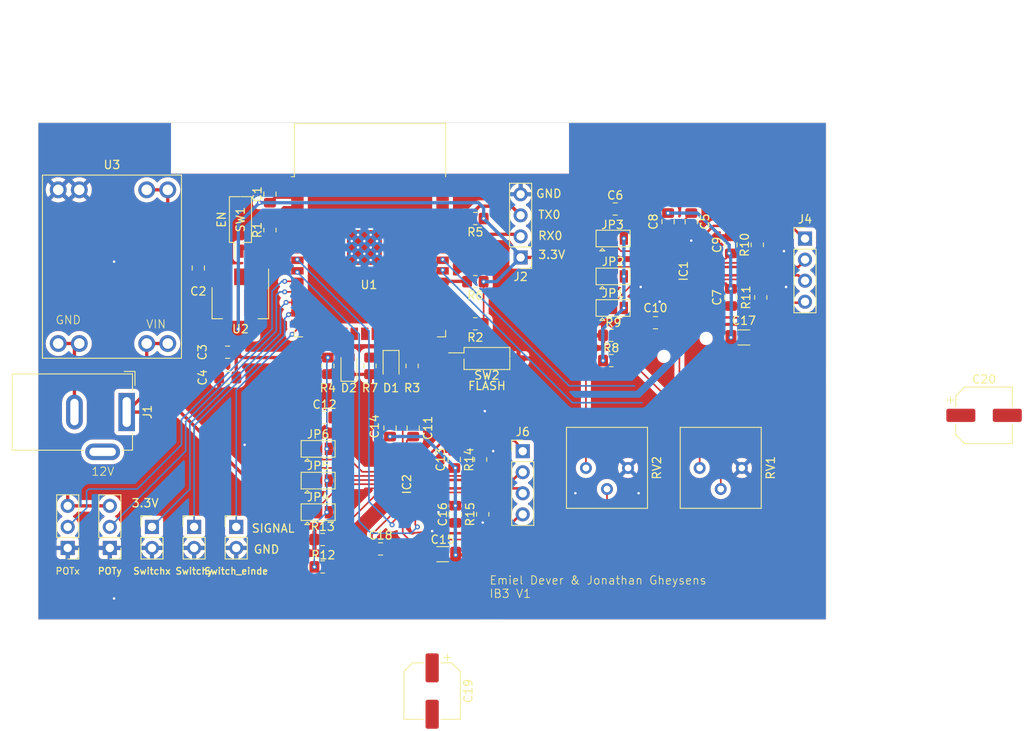
<source format=kicad_pcb>
(kicad_pcb (version 20221018) (generator pcbnew)
  (layers (0 "F.Cu" signal) (31 "B.Cu" signal) (34 "B.Paste" user) (35 "F.Paste" user) (36 "B.SilkS" user "B.Silkscreen") (37 "F.SilkS" user "F.Silkscreen") (38 "B.Mask" user) (39 "F.Mask" user) (44 "Edge.Cuts" user))
  (net 0 "")
  (net 1 "+3.3V")
  (net 2 "GND")
  (net 3 "VDD")
  (net 4 "Net-(D1-K)")
  (net 5 "GPIO2")
  (net 6 "Net-(D2-A)")
  (net 7 "RX0")
  (net 8 "TX0")
  (net 9 "Net-(IC2-CP2)")
  (net 10 "GPIO0")
  (net 11 "GPIO5")
  (net 12 "Net-(IC2-CP1)")
  (net 13 "Net-(IC2-VREG)")
  (net 14 "Net-(IC2-VCP)")
  (net 15 "MS1_1")
  (net 16 "A4")
  (net 17 "A5")
  (net 18 "A8")
  (net 19 "A9")
  (net 20 "GPIO27")
  (net 21 "GPIO14")
  (net 22 "GPIO12")
  (net 23 "GPIO13")
  (net 30 "GPIO15")
  (net 31 "GPIO4")
  (net 32 "RX2")
  (net 33 "TX2")
  (net 34 "GPIO18")
  (net 35 "GPIO19")
  (net 37 "GPIO21")
  (net 38 "GPIO22")
  (net 39 "GPIO23")
  (net 40 "Net-(IC1-OUT2B)")
  (net 41 "Net-(IC1-CP1)")
  (net 42 "Net-(IC1-CP2)")
  (net 43 "Net-(IC1-VCP)")
  (net 45 "Net-(IC1-VREG)")
  (net 46 "MS2_1")
  (net 47 "MS3_1")
  (net 48 "Net-(IC2-OUT2B)")
  (net 49 "Net-(IC1-ROSC)")
  (net 50 "Net-(IC1-REF)")
  (net 52 "Net-(IC1-OUT1B)")
  (net 53 "Vmot")
  (net 54 "Net-(IC1-SENSE1)")
  (net 55 "Net-(IC1-OUT1A)")
  (net 57 "Net-(IC1-OUT2A)")
  (net 58 "Net-(IC1-SENSE2)")
  (net 61 "Net-(IC2-ROSC)")
  (net 63 "Net-(IC2-OUT1B)")
  (net 64 "Net-(IC2-SENSE1)")
  (net 65 "Net-(IC2-OUT1A)")
  (net 67 "Net-(IC2-OUT2A)")
  (net 68 "Net-(IC2-SENSE2)")
  (net 70 "Net-(J1-Pad2)")
  (net 71 "Net-(IC2-REF)")
  (net 72 "/ESP32/EN")
  (net 77 "MS1_2")
  (net 78 "MS2_2")
  (net 79 "MS3_2")
  (footprint "Resistor_SMD:R_0805_2012Metric_Pad1.20x1.40mm_HandSolder" (layer "F.Cu") (at 138.43 86.868 90)
    (fp_text reference "R14")
    (fp_text value "50m")
  )
  (footprint "Resistor_SMD:R_0805_2012Metric_Pad1.20x1.40mm_HandSolder" (layer "F.Cu") (at 138.684 93.472 -90)
    (fp_text reference "R15")
    (fp_text value "50m")
  )
  (footprint "Connector_PinHeader_2.54mm:PinHeader_1x04_P2.54mm_Vertical" (layer "F.Cu") (at 143.51 85.862)
    (fp_text reference "J6")
    (fp_text value "Conn_01x04_Pin")
  )
  (footprint "Capacitor_SMD:C_0805_2012Metric_Pad1.18x1.45mm_HandSolder" (layer "F.Cu") (at 126.365 97.653)
    (fp_text reference "C18")
    (fp_text value "0.22uF")
  )
  (footprint "Potentiometer_THT:Potentiometer_Bourns_3386P_Vertical" (layer "F.Cu") (at 151.13 87.884 -90)
    (fp_text reference "RV2")
    (fp_text value "R_Potentiometer")
  )
  (footprint "RF_Module:ESP32-WROOM-32" (layer "F.Cu") (at 125.095 62.185)
    (fp_text reference "U1")
    (fp_text value "ESP32-WROOM-32")
  )
  (footprint "Jumper:SolderJumper-3_P1.3mm_Open_Pad1.0x1.5mm" (layer "F.Cu") (at 154.402 64.77)
    (fp_text reference "JP2")
    (fp_text value "MS2y")
  )
  (footprint "Resistor_SMD:R_0805_2012Metric_Pad1.20x1.40mm_HandSolder" (layer "F.Cu") (at 119.396 99.822 180)
    (fp_text reference "R12")
    (fp_text value "100K")
  )
  (footprint "Capacitor_SMD:C_0805_2012Metric_Pad1.18x1.45mm_HandSolder" (layer "F.Cu") (at 104.394 63.754 90)
    (fp_text reference "C2")
    (fp_text value "10uF")
  )
  (footprint "Capacitor_SMD:C_0805_2012Metric_Pad1.18x1.45mm_HandSolder" (layer "F.Cu") (at 127.508 83.058 90)
    (fp_text reference "C14")
    (fp_text value "0.1 uF")
  )
  (footprint "Connector_PinHeader_2.54mm:PinHeader_1x03_P2.54mm_Vertical" (layer "F.Cu") (at 88.646 97.536 180)
    (fp_text reference "J8" hide)
    (fp_text value "POTx")
  )
  (footprint "Jumper:SolderJumper-3_P1.3mm_Open_Pad1.0x1.5mm" (layer "F.Cu") (at 118.842 85.578)
    (fp_text reference "JP6")
    (fp_text value "MS1x")
  )
  (footprint "Package_TO_SOT_SMD:SOT-223-3_TabPin2" (layer "F.Cu") (at 109.46 67.97 -90)
    (fp_text reference "U2")
    (fp_text value "AMS1117-3.3")
  )
  (footprint "Library:U1584" (layer "F.Cu") (at 94.107 52.546)
    (fp_text reference "U3")
    (fp_text value "MP1584")
  )
  (footprint "Button_Switch_SMD:SW_DIP_SPSTx01_Slide_Copal_CHS-01B_W7.62mm_P1.27mm" (layer "F.Cu") (at 139.192 74.676)
    (fp_text reference "SW2")
    (fp_text value "FLASH")
  )
  (footprint "Capacitor_SMD:C_0805_2012Metric_Pad1.18x1.45mm_HandSolder" (layer "F.Cu") (at 168.6175 60.96 90)
    (fp_text reference "C9")
    (fp_text value "100nF")
  )
  (footprint "Resistor_SMD:R_0805_2012Metric_Pad1.20x1.40mm_HandSolder" (layer "F.Cu") (at 113.03 59.182 90)
    (fp_text reference "R1")
    (fp_text value "10K")
  )
  (footprint "Jumper:SolderJumper-3_P1.3mm_Open_Pad1.0x1.5mm" (layer "F.Cu") (at 118.842 89.408)
    (fp_text reference "JP5")
    (fp_text value "MS2x")
  )
  (footprint "Connector_PinHeader_2.54mm:PinHeader_1x04_P2.54mm_Vertical" (layer "F.Cu") (at 143.256 62.484 180)
    (fp_text reference "J2")
    (fp_text value "Conn_01x04_Pin")
  )
  (footprint "Jumper:SolderJumper-3_P1.3mm_Open_Pad1.0x1.5mm" (layer "F.Cu") (at 154.402 68.58)
    (fp_text reference "JP1")
    (fp_text value "MS3y")
  )
  (footprint "Jumper:SolderJumper-3_P1.3mm_Open_Pad1.0x1.5mm" (layer "F.Cu") (at 118.842 93.218)
    (fp_text reference "JP4")
    (fp_text value "MS3x")
  )
  (footprint "Resistor_SMD:R_0805_2012Metric_Pad1.20x1.40mm_HandSolder" (layer "F.Cu") (at 172.212 67.31 -90)
    (fp_text reference "R11")
    (fp_text value "50m")
  )
  (footprint "Button_Switch_SMD:SW_DIP_SPSTx01_Slide_Copal_CHS-01B_W7.62mm_P1.27mm" (layer "F.Cu") (at 109.474 57.912 90)
    (fp_text reference "SW1")
    (fp_text value "EN")
  )
  (footprint "Resistor_SMD:R_0805_2012Metric_Pad1.20x1.40mm_HandSolder" (layer "F.Cu") (at 137.795 70.485 180)
    (fp_text reference "R2")
    (fp_text value "10K")
  )
  (footprint "Resistor_SMD:R_0805_2012Metric_Pad1.20x1.40mm_HandSolder" (layer "F.Cu") (at 137.795 57.785 180)
    (fp_text reference "R5")
    (fp_text value "10K")
  )
  (footprint "Resistor_SMD:R_0805_2012Metric_Pad1.20x1.40mm_HandSolder" (layer "F.Cu") (at 171.7925 60.96 90)
    (fp_text reference "R10")
    (fp_text value "50m")
  )
  (footprint "Connector_PinHeader_2.54mm:PinHeader_1x02_P2.54mm_Vertical" (layer "F.Cu") (at 98.806 94.996)
    (fp_text reference "J7" hide)
    (fp_text value "Switchx")
  )
  (footprint "Resistor_SMD:R_0805_2012Metric_Pad1.20x1.40mm_HandSolder" (layer "F.Cu") (at 154.194 74.93 180)
    (fp_text reference "R8")
    (fp_text value "100K")
  )
  (footprint "Capacitor_SMD:C_0805_2012Metric_Pad1.18x1.45mm_HandSolder" (layer "F.Cu") (at 159.515 70.358 180)
    (fp_text reference "C10")
    (fp_text value "0.22uF")
  )
  (footprint "Resistor_SMD:R_0805_2012Metric_Pad1.20x1.40mm_HandSolder" (layer "F.Cu") (at 130.175 75.565 90)
    (fp_text reference "R3")
    (fp_text value "10K")
  )
  (footprint "Resistor_SMD:R_0805_2012Metric_Pad1.20x1.40mm_HandSolder" (layer "F.Cu") (at 137.795 65.405 180)
    (fp_text reference "R6")
    (fp_text value "10K")
  )
  (footprint "Potentiometer_THT:Potentiometer_Bourns_3386P_Vertical" (layer "F.Cu") (at 164.846 87.884 -90)
    (fp_text reference "RV1")
    (fp_text value "R_Potentiometer")
  )
  (footprint "Connector_PinHeader_2.54mm:PinHeader_1x02_P2.54mm_Vertical" (layer "F.Cu") (at 103.886 94.996)
    (fp_text reference "J3" hide)
    (fp_text value "Switchy")
  )
  (footprint "Jumper:SolderJumper-3_P1.3mm_Open_Pad1.0x1.5mm" (layer "F.Cu") (at 154.402 60.198)
    (fp_text reference "JP3")
    (fp_text value "MS1y")
  )
  (footprint "Capacitor_SMD:C_0805_2012Metric_Pad1.18x1.45mm_HandSolder" (layer "F.Cu") (at 130.302 83.058 -90)
    (fp_text reference "C11")
    (fp_text value "0.1u")
  )
  (footprint "Capacitor_SMD:C_0805_2012Metric_Pad1.18x1.45mm_HandSolder" (layer "F.Cu") (at 119.6125 81.788 180)
    (fp_text reference "C12")
    (fp_text value "0.22uF")
  )
  (footprint "Connector_PinHeader_2.54mm:PinHeader_1x04_P2.54mm_Vertical" (layer "F.Cu") (at 177.546 60.208)
    (fp_text reference "J4")
    (fp_text value "Conn_01x04_Pin")
  )
  (footprint "Capacitor_SMD:C_0805_2012Metric_Pad1.18x1.45mm_HandSolder" (layer "F.Cu") (at 135.382 93.472 -90)
    (fp_text reference "C16")
    (fp_text value "100nF")
  )
  (footprint "Capacitor_SMD:CP_Elec_6.3x5.9" (layer "F.Cu") (at 199.136 81.534)
    (fp_text reference "C20")
    (fp_text value "47uF")
  )
  (footprint "Resistor_SMD:R_0805_2012Metric_Pad1.20x1.40mm_HandSolder" (layer "F.Cu") (at 125.095 75.565 -90)
    (fp_text reference "R7")
    (fp_text value "1K")
  )
  (footprint "Capacitor_SMD:C_0805_2012Metric_Pad1.18x1.45mm_HandSolder" (layer "F.Cu") (at 113.03 54.8425 90)
    (fp_text reference "C1")
    (fp_text value "100uF/6.3V")
  )
  (footprint "Resistor_SMD:R_0805_2012Metric_Pad1.20x1.40mm_HandSolder" (layer "F.Cu") (at 120.015 75.565 -90)
    (fp_text reference "R4")
    (fp_text value "1K")
  )
  (footprint "A4988:QFN50P500X500X100-29N" (layer "F.Cu") (at 162.9025 64.135 -90)
    (fp_text reference "IC1")
    (fp_text value "A4988SETTR-T")
  )
  (footprint "Capacitor_SMD:C_1206_3216Metric_Pad1.33x1.80mm_HandSolder" (layer "F.Cu") (at 170.18 72.136 180)
    (fp_text reference "C17")
    (fp_text value "4.7uF")
  )
  (footprint "Connector_PinHeader_2.54mm:PinHeader_1x02_P2.54mm_Vertical" (layer "F.Cu") (at 108.966 94.996)
    (fp_text reference "J9" hide)
    (fp_text value "Switch_einde")
  )
  (footprint "A4988:QFN50P500X500X100-29N" (layer "F.Cu") (at 129.54 89.843 -90)
    (fp_text reference "IC2")
    (fp_text value "A4988SETTR-T")
  )
  (footprint "Connector_PinHeader_2.54mm:PinHeader_1x03_P2.54mm_Vertical" (layer "F.Cu") (at 93.726 97.536 180)
    (fp_text reference "J5" hide)
    (fp_text value "POTy")
  )
  (footprint "Resistor_SMD:R_0805_2012Metric_Pad1.20x1.40mm_HandSolder" (layer "F.Cu") (at 119.396 96.52)
    (fp_text reference "R13")
    (fp_text value "25K")
  )
  (footprint "Capacitor_SMD:C_0805_2012Metric_Pad1.18x1.45mm_HandSolder" (layer "F.Cu") (at 161.036 58.166 -90)
    (fp_text reference "C8")
    (fp_text value "0.1 uF")
  )
  (footprint "Capacitor_SMD:C_0805_2012Metric_Pad1.18x1.45mm_HandSolder" (layer "F.Cu") (at 154.6645 56.642 180)
    (fp_text reference "C6")
    (fp_text value "0.22uF")
  )
  (footprint "Capacitor_SMD:C_0805_2012Metric_Pad1.18x1.45mm_HandSolder" (layer "F.Cu") (at 168.6175 67.31 90)
    (fp_text reference "C7")
    (fp_text value "100nF")
  )
  (footprint "LED_SMD:LED_0805_2012Metric_Pad1.15x1.40mm_HandSolder" (layer "F.Cu") (at 122.555 75.565 90)
    (fp_text reference "D2")
    (fp_text value "PWR")
  )
  (footprint "Capacitor_SMD:C_0805_2012Metric_Pad1.18x1.45mm_HandSolder" (layer "F.Cu") (at 163.83 58.166 -90)
    (fp_text reference "C5")
    (fp_text value "0.1u")
  )
  (footprint "Capacitor_SMD:C_1206_3216Metric_Pad1.33x1.80mm_HandSolder" (layer "F.Cu") (at 133.858 98.288)
    (fp_text reference "C15")
    (fp_text value "4.7uF")
  )
  (footprint "Connector_BarrelJack:BarrelJack_GCT_DCJ200-10-A_Horizontal" (layer "F.Cu") (at 95.758 81.138 -90)
    (fp_text reference "J1")
    (fp_text value "Barrel_Jack")
  )
  (footprint "Capacitor_SMD:C_0805_2012Metric_Pad1.18x1.45mm_HandSolder" (layer "F.Cu") (at 107.95 76.962 180)
    (fp_text reference "C4")
    (fp_text value "10uF")
  )
  (footprint "Capacitor_SMD:C_0805_2012Metric_Pad1.18x1.45mm_HandSolder" (layer "F.Cu") (at 135.255 86.858 -90)
    (fp_text reference "C13")
    (fp_text value "100nF")
  )
  (footprint "LED_SMD:LED_0805_2012Metric_Pad1.15x1.40mm_HandSolder" (layer "F.Cu") (at 127.635 75.565 -90)
    (fp_text reference "D1")
    (fp_text value "BLUE")
  )
  (footprint "Resistor_SMD:R_0805_2012Metric_Pad1.20x1.40mm_HandSolder" (layer "F.Cu") (at 154.194 71.882)
    (fp_text reference "R9")
    (fp_text value "25K")
  )
  (footprint "Capacitor_SMD:CP_Elec_6.3x5.9" (layer "F.Cu") (at 132.588 114.802 -90)
    (fp_text reference "C19")
    (fp_text value "47uF")
  )
  (footprint "Capacitor_SMD:C_0805_2012Metric_Pad1.18x1.45mm_HandSolder" (layer "F.Cu") (at 107.9285 73.914)
    (fp_text reference "C3")
    (fp_text value "100nF")
  )
  (gr_rect (start 85.09 46.228) (end 180.086 106.172) (stroke (width 0.05)) (fill none) (layer "Edge.Cuts"))
  (gr_text "Emiel Dever & Jonathan Gheysens\nIB3 V1" (at 139.446 103.632) (layer "F.SilkS") (effects (font (size 1 1) (thickness 0.1)) (justify left bottom)))
  (gr_text "TX0" (at 145.288 57.912) (layer "F.SilkS") (effects (font (size 1 1)) (justify left bottom)))
  (gr_text "GND" (at 110.998 98.298) (layer "F.SilkS") (effects (font (size 1 1)) (justify left bottom)))
  (gr_text "GND" (at 145.034 55.372) (layer "F.SilkS") (effects (font (size 1 1)) (justify left bottom)))
  (gr_text "RX0" (at 145.288 60.452) (layer "F.SilkS") (effects (font (size 1 1)) (justify left bottom)))
  (gr_text "GND" (at 87.122 70.612) (layer "F.SilkS") (effects (font (size 1 1) (thickness 0.1)) (justify left bottom)))
  (gr_text "3.3V" (at 145.288 62.738) (layer "F.SilkS") (effects (font (size 1 1)) (justify left bottom)))
  (gr_text "12V" (at 91.44 88.9) (layer "F.SilkS") (effects (font (size 1 1) (thickness 0.1)) (justify left bottom)))
  (gr_text "VIN\n" (at 98.044 71.12) (layer "F.SilkS") (effects (font (size 1 1) (thickness 0.1)) (justify left bottom)))
  (gr_text "3.3V" (at 96.266 92.71) (layer "F.SilkS") (effects (font (size 1 1)) (justify left bottom)))
  (gr_text "SIGNAL" (at 110.744 95.758) (layer "F.SilkS") (effects (font (size 1 1)) (justify left bottom)))
  (segment (start 109.46 64.57) (end 113.03 61) (width 0.4) (layer "F.Cu") (net 1))
  (segment (start 108.966 73.914) (end 108.966 76.9405) (width 0.4) (layer "F.Cu") (net 1))
  (segment (start 88.646 92.456) (end 93.726 92.456) (width 0.4) (layer "F.Cu") (net 1))
  (segment (start 128.04 93.194) (end 128.04 92.193) (width 0.2) (layer "F.Cu") (net 1))
  (segment (start 88.646 86.106) (end 92.71 82.042) (width 0.4) (layer "F.Cu") (net 1))
  (segment (start 155.46025 76.454) (end 154.718 76.454) (width 0.4) (layer "F.Cu") (net 1))
  (segment (start 111.76 55.88) (end 113.03 55.88) (width 0.4) (layer "F.Cu") (net 1))
  (segment (start 113.705 55.205) (end 116.345 55.205) (width 0.4) (layer "F.Cu") (net 1))
  (segment (start 113.03 61) (end 113.03 60.182) (width 0.4) (layer "F.Cu") (net 1))
  (segment (start 154.718 76.454) (end 153.194 74.93) (width 0.4) (layer "F.Cu") (net 1))
  (segment (start 156.845 75.06925) (end 157.232125 74.682125) (width 0.4) (layer "F.Cu") (net 1))
  (segment (start 88.646 92.456) (end 88.646 86.106) (width 0.4) (layer "F.Cu") (net 1))
  (segment (start 164.846 83.312) (end 156.845 75.311) (width 0.2) (layer "F.Cu") (net 1))
  (segment (start 108.966 76.9405) (end 108.9875 76.962) (width 0.4) (layer "F.Cu") (net 1))
  (segment (start 121.3805 101.6) (end 125.3275 97.653) (width 0.2) (layer "F.Cu") (net 1))
  (segment (start 155.702 59.448) (end 154.928 58.674) (width 0.4) (layer "F.Cu") (net 1))
  (segment (start 150.241 58.674) (end 146.431 62.484) (width 0.4) (layer "F.Cu") (net 1))
  (segment (start 151.13 76.994) (end 153.194 74.93) (width 0.2) (layer "F.Cu") (net 1))
  (segment (start 156.845 75.311) (end 156.845 75.06925) (width 0.2) (layer "F.Cu") (net 1))
  (segment (start 164.846 87.884) (end 164.846 83.312) (width 0.2) (layer "F.Cu") (net 1))
  (segment (start 109.46 71.12) (end 108.966 71.614) (width 0.4) (layer "F.Cu") (net 1))
  (segment (start 108.966 71.614) (end 108.966 73.914) (width 0.4) (layer "F.Cu") (net 1))
  (segment (start 92.71 74.93) (end 97.028 70.612) (width 0.4) (layer "F.Cu") (net 1))
  (segment (start 161.4025 69.507998) (end 160.5525 70.357998) (width 0.2) (layer "F.Cu") (net 1))
  (segment (start 109.46 64.82) (end 109.46 64.57) (width 0.4) (layer "F.Cu") (net 1))
  (segment (start 151.13 87.899) (end 151.13 76.994) (width 0.2) (layer "F.Cu") (net 1))
  (segment (start 138.795 70.485) (end 138.795 65.405) (width 0.2) (layer "F.Cu") (net 1))
  (segment (start 109.22 71.12) (end 109.46 71.12) (width 0.4) (layer "F.Cu") (net 1))
  (segment (start 118.396 99.822) (end 120.174 101.6) (width 0.2) (layer "F.Cu") (net 1))
  (segment (start 157.232125 74.682125) (end 155.46025 76.454) (width 0.4) (layer "F.Cu") (net 1))
  (segment (start 125.3275 97.653) (end 125.3275 95.9065) (width 0.2) (layer "F.Cu") (net 1))
  (segment (start 154.928 58.674) (end 150.241 58.674) (width 0.4) (layer "F.Cu") (net 1))
  (segment (start 160.5525 71.36175) (end 160.5525 70.357998) (width 0.4) (layer "F.Cu") (net 1))
  (segment (start 161.4025 66.485) (end 161.4025 69.507998) (width 0.2) (layer "F.Cu") (net 1))
  (segment (start 125.3275 95.9065) (end 128.04 93.194) (width 0.2) (layer "F.Cu") (net 1))
  (segment (start 146.431 62.484) (end 143.256 62.484) (width 0.4) (layer "F.Cu") (net 1))
  (segment (start 109.617 74.565) (end 120.015 74.565) (width 0.4) (layer "F.Cu") (net 1))
  (segment (start 155.702 60.198) (end 155.702 59.448) (width 0.4) (layer "F.Cu") (net 1))
  (segment (start 113.03 55.88) (end 113.705 55.205) (width 0.4) (layer "F.Cu") (net 1))
  (segment (start 92.71 82.042) (end 92.71 74.93) (width 0.4) (layer "F.Cu") (net 1))
  (segment (start 157.232125 74.682125) (end 160.5525 71.36175) (width 0.4) (layer "F.Cu") (net 1))
  (segment (start 109.22 65.06) (end 109.22 71.12) (width 0.4) (layer "F.Cu") (net 1))
  (segment (start 108.966 73.914) (end 109.617 74.565) (width 0.4) (layer "F.Cu") (net 1))
  (segment (start 120.174 101.6) (end 121.3805 101.6) (width 0.2) (layer "F.Cu") (net 1))
  (segment (start 97.028 70.612) (end 108.952 70.612) (width 0.4) (layer "F.Cu") (net 1))
  (via (at 120.015 74.565) (size 0.6) (drill 0.3) (layers "F.Cu" "B.Cu") (net 1))
  (via (at 153.194 74.93) (size 0.6) (drill 0.3) (layers "F.Cu" "B.Cu") (net 1))
  (via (at 119.888 89.408) (size 0.6) (drill 0.3) (layers "F.Cu" "B.Cu") (net 1))
  (via (at 138.795 65.405) (size 0.6) (drill 0.3) (layers "F.Cu" "B.Cu") (net 1))
  (via (at 118.396 99.822) (size 0.6) (drill 0.3) (layers "F.Cu" "B.Cu") (net 1))
  (via (at 119.888 93.218) (size 0.6) (drill 0.3) (layers "F.Cu" "B.Cu") (net 1))
  (via (at 155.702 68.58) (size 0.6) (drill 0.3) (layers "F.Cu" "B.Cu") (net 1))
  (via (at 119.888002 85.578) (size 0.6) (drill 0.3) (layers "F.Cu" "B.Cu") (net 1))
  (via (at 138.795 57.785) (size 0.6) (drill 0.3) (layers "F.Cu" "B.Cu") (net 1))
  (via (at 109.22 71.12) (size 0.6) (drill 0.3) (layers "F.Cu" "B.Cu") (net 1))
  (via (at 155.702 60.198) (size 0.6) (drill 0.3) (layers "F.Cu" "B.Cu") (net 1))
  (via (at 111.76 55.88) (size 0.6) (drill 0.3) (layers "F.Cu" "B.Cu") (net 1))
  (via (at 155.702 64.77) (size 0.6) (drill 0.3) (layers "F.Cu" "B.Cu") (net 1))
  (segment (start 138.795 57.785) (end 138.795 56.499) (width 0.4) (layer "B.Cu") (net 1))
  (segment (start 155.702 64.77) (end 155.702 60.198) (width 0.4) (layer "B.Cu") (net 1))
  (segment (start 118.364 99.79) (end 118.364 94.742) (width 0.2) (layer "B.Cu") (net 1))
  (segment (start 153.162 71.12) (end 155.702 68.58) (width 0.4) (layer "B.Cu") (net 1))
  (segment (start 118.396 99.822) (end 118.364 99.79) (width 0.2) (layer "B.Cu") (net 1))
  (segment (start 119.888 85.578002) (end 119.888002 85.578) (width 0.2) (layer "B.Cu") (net 1))
  (segment (start 111.76 55.88) (end 109.22 58.42) (width 0.4) (layer "B.Cu") (net 1))
  (segment (start 138.795 65.405) (end 140.335 65.405) (width 0.4) (layer "B.Cu") (net 1))
  (segment (start 143.256 62.484) (end 143.256 62.246) (width 0.4) (layer "B.Cu") (net 1))
  (segment (start 119.888 89.408) (end 119.888 85.578002) (width 0.2) (layer "B.Cu") (net 1))
  (segment (start 119.888 85.577998) (end 119.888002 85.578) (width 0.2) (layer "B.Cu") (net 1))
  (segment (start 140.335 65.405) (end 143.256 62.484) (width 0.4) (layer "B.Cu") (net 1))
  (segment (start 155.702 64.77) (end 155.702 68.58) (width 0.4) (layer "B.Cu") (net 1))
  (segment (start 119.888 89.408) (end 119.888 93.218) (width 0.2) (layer "B.Cu") (net 1))
  (segment (start 138.176 55.88) (end 111.76 55.88) (width 0.4) (layer "B.Cu") (net 1))
  (segment (start 138.795 56.499) (end 138.176 55.88) (width 0.4) (layer "B.Cu") (net 1))
  (segment (start 153.162 74.898) (end 153.162 71.12) (width 0.4) (layer "B.Cu") (net 1))
  (segment (start 118.364 94.742) (end 119.888 93.218) (width 0.2) (layer "B.Cu") (net 1))
  (segment (start 153.194 74.93) (end 153.162 74.898) (width 0.4) (layer "B.Cu") (net 1))
  (segment (start 120.015 74.565) (end 119.888 75.327) (width 0.2) (layer "B.Cu") (net 1))
  (segment (start 119.888 75.327) (end 119.888 85.577998) (width 0.2) (layer "B.Cu") (net 1))
  (segment (start 143.256 62.246) (end 138.795 57.785) (width 0.4) (layer "B.Cu") (net 1))
  (segment (start 109.22 58.42) (end 109.22 71.12) (width 0.4) (layer "B.Cu") (net 1))
  (segment (start 160.5525 64.635) (end 159.139 64.635) (width 0.2) (layer "F.Cu") (net 2))
  (segment (start 160.5525 66.2695) (end 157.226 69.596) (width 0.2) (layer "F.Cu") (net 2))
  (segment (start 138.6465 94.5095) (end 138.684 94.472) (width 0.4) (layer "F.Cu") (net 2))
  (segment (start 125.1775 59.75) (end 125.1775 62.8) (width 0.4) (layer "F.Cu") (net 2))
  (segment (start 163.9025 61.785) (end 163.9025 60.5245) (width 0.2) (layer "F.Cu") (net 2))
  (segment (start 125.94 62.8) (end 122.89 62.8) (width 0.4) (layer "F.Cu") (net 2))
  (segment (start 159.139 64.635) (end 157.734 66.04) (width 0.2) (layer "F.Cu") (net 2))
  (segment (start 157.226 72.898) (end 155.194 74.93) (width 0.2) (layer "F.Cu") (net 2))
  (segment (start 162.9025 71.12) (end 162.9025 71.3101) (width 0.2) (layer "F.Cu") (net 2))
  (segment (start 122.89 62.8) (end 122.89 59.75) (width 0.4) (layer "F.Cu") (net 2))
  (segment (start 163.9025 60.5245) (end 163.83 60.452) (width 0.2) (layer "F.Cu") (net 2))
  (segment (start 130.048 95.758) (end 129.54 95.25) (width 0.2) (layer "F.Cu") (net 2))
  (segment (start 125.94 60.5125) (end 124.415 62.0375) (width 0.4) (layer "F.Cu") (net 2))
  (segment (start 162.9025 66.485) (end 162.9025 69.3674) (width 0.2) (layer "F.Cu") (net 2))
  (segment (start 157.226 69.596) (end 157.226 72.898) (width 0.2) (layer "F.Cu") (net 2))
  (segment (start 127.19 90.343) (end 124.541 90.343) (width 0.2) (layer "F.Cu") (net 2))
  (segment (start 125.94 59.75) (end 125.94 62.8) (width 0.4) (layer "F.Cu") (net 2))
  (segment (start 125.94 62.0375) (end 124.415 60.5125) (width 0.4) (layer "F.Cu") (net 2))
  (segment (start 123.6525 59.75) (end 123.6525 62.8) (width 0.4) (layer "F.Cu") (net 2))
  (segment (start 124.541 90.343) (end 123.952 90.932) (width 0.2) (layer "F.Cu") (net 2))
  (segment (start 162.9025 69.3674) (end 162.9025 71.12) (width 0.2) (layer "F.Cu") (net 2))
  (segment (start 122.89 59.75) (end 125.94 59.75) (width 0.4) (layer "F.Cu") (net 2))
  (segment (start 135.382 94.5095) (end 138.6465 94.5095) (width 0.4) (layer "F.Cu") (net 2))
  (segment (start 129.54 95.25) (end 129.54 92.193) (width 0.2) (layer "F.Cu") (net 2))
  (segment (start 132.588 95.504) (end 130.048 95.758) (width 0.2) (layer "F.Cu") (net 2))
  (segment (start 122.555 76.59) (end 125.07 76.59) (width 0.4) (layer "F.Cu") (net 2))
  (segment (start 163.4025 60.8795) (end 163.4025 61.785) (width 0.2) (layer "F.Cu") (net 2))
  (segment (start 122.89 60.5125) (end 125.1775 62.8) (width 0.4) (layer "F.Cu") (net 2))
  (segment (start 130.04 86.622) (end 130.54 86.122) (width 0.2) (layer "F.Cu") (net 2))
  (segment (start 163.83 60.452) (end 163.4025 60.8795) (width 0.2) (layer "F.Cu") (net 2))
  (segment (start 160.5525 65.635) (end 160.5525 66.2695) (width 0.2) (layer "F.Cu") (net 2))
  (segment (start 125.07 76.59) (end 125.095 76.565) (width 0.4) (layer "F.Cu") (net 2))
  (segment (start 127.19 91.343) (end 127.19 93.028) (width 0.2) (layer "F.Cu") (net 2))
  (segment (start 130.54 86.122) (end 130.54 87.493) (width 0.2) (layer "F.Cu") (net 2))
  (segment (start 162.9025 71.12) (end 162.9025 71.4625) (width 0.2) (layer "F.Cu") (net 2))
  (segment (start 162.9025 71.4625) (end 163.576 72.136) (width 0.2) (layer "F.Cu") (net 2))
  (segment (start 130.04 87.493) (end 130.04 86.622) (width 0.2) (layer "F.Cu") (net 2))
  (segment (start 127.19 93.028) (end 119.985 100.233) (width 0.2) (layer "F.Cu") (net 2))
  (via (at 132.588 95.504) (size 0.6) (drill 0.3) (layers "F.Cu" "B.Cu") (net 2))
  (via (at 109.982 85.09) (size 0.6) (drill 0.3) (layers "F.Cu" "B.Cu") (net 2))
  (via (at 163.83 60.452) (size 0.6) (drill 0.3) (layers "F.Cu" "B.Cu") (net 2))
  (via (at 157.48 90.932) (size 0.6) (drill 0.3) (layers "F.Cu" "B.Cu") (net 2))
  (via (at 138.938 81.026) (size 0.6) (drill 0.3) (layers "F.Cu" "B.Cu") (net 2))
  (via (at 160.02 67.818) (size 0.6) (drill 0.3) (layers "F.Cu" "B.Cu") (net 2))
  (via (at 175.006 61.722) (size 0.6) (drill 0.3) (layers "F.Cu" "B.Cu") (net 2))
  (via (at 175.26 66.04) (size 0.6) (drill 0.3) (layers "F.Cu" "B.Cu") (net 2))
  (via (at 138.683998 94.472) (size 0.6) (drill 0.3) (layers "F.Cu" "B.Cu") (net 2))
  (via (at 157.734 66.04) (size 0.6) (drill 0.3) (layers "F.Cu" "B.Cu") (net 2))
  (via (at 94.234 103.632) (size 0.6) (drill 0.3) (layers "F.Cu" "B.Cu") (net 2))
  (via (at 139.954 85.852) (size 0.6) (drill 0.3) (layers "F.Cu" "B.Cu") (net 2))
  (via (at 94.234 62.992) (size 0.6) (drill 0.3) (layers "F.Cu" "B.Cu") (net 2))
  (via (at 149.86 90.932) (size 0.6) (drill 0.3) (layers "F.Cu" "B.Cu") (net 2))
  (via (at 133.35 93.218) (size 0.6) (drill 0.3) (layers "F.Cu" "B.Cu") (net 2))
  (segment (start 104.4225 64.82) (end 104.394 64.7915) (width 0.4) (layer "F.Cu") (net 3))
  (segment (start 107.16 64.82) (end 104.4225 64.82) (width 0.4) (layer "F.Cu") (net 3))
  (segment (start 104.394 64.7915) (end 100.711 61.1085) (width 0.4) (layer "F.Cu") (net 3))
  (segment (start 98.171 54.324) (end 100.711 54.324) (width 0.4) (layer "F.Cu") (net 3))
  (segment (start 100.711 61.1085) (end 100.711 54.324) (width 0.4) (layer "F.Cu") (net 3))
  (segment (start 125.095 74.565) (end 127.61 74.565) (width 0.4) (layer "F.Cu") (net 4))
  (segment (start 127.61 74.565) (end 127.635 74.54) (width 0.4) (layer "F.Cu") (net 4))
  (segment (start 129.66 74.565) (end 127.635 76.59) (width 0.4) (layer "F.Cu") (net 5))
  (segment (start 130.815 73.925) (end 130.815 71.695) (width 0.4) (layer "F.Cu") (net 5))
  (segment (start 130.175 74.565) (end 130.815 73.925) (width 0.4) (layer "F.Cu") (net 5))
  (segment (start 130.175 74.565) (end 129.66 74.565) (width 0.4) (layer "F.Cu") (net 5))
  (segment (start 122.04 74.54) (end 120.015 76.565) (width 0.4) (layer "F.Cu") (net 6))
  (segment (start 122.555 74.54) (end 122.04 74.54) (width 0.4) (layer "F.Cu") (net 6))
  (segment (start 143.002 59.69) (end 135.67 59.69) (width 0.4) (layer "F.Cu") (net 7))
  (segment (start 134.995 59.015) (end 133.845 59.015) (width 0.4) (layer "F.Cu") (net 7))
  (segment (start 135.67 59.69) (end 134.995 59.015) (width 0.4) (layer "F.Cu") (net 7))
  (segment (start 143.256 59.944) (end 143.002 59.69) (width 0.4) (layer "F.Cu") (net 7))
  (segment (start 133.845 57.745) (end 136.755 57.745) (width 0.4) (layer "F.Cu") (net 8))
  (segment (start 138.28 56.3) (end 142.152 56.3) (width 0.4) (layer "F.Cu") (net 8))
  (segment (start 136.755 57.745) (end 136.795 57.785) (width 0.4) (layer "F.Cu") (net 8))
  (segment (start 136.795 57.785) (end 138.28 56.3) (width 0.4) (layer "F.Cu") (net 8))
  (segment (start 142.152 56.3) (end 143.256 57.404) (width 0.4) (layer "F.Cu") (net 8))
  (segment (start 129.04 87.493) (end 129.04 83.2825) (width 0.2) (layer "F.Cu") (net 9))
  (segment (start 129.04 83.2825) (end 130.302 82.0205) (width 0.2) (layer "F.Cu") (net 9))
  (segment (start 135.382 71.982) (end 133.845 70.445) (width 0.2) (layer "F.Cu") (net 10))
  (segment (start 134.885 71.485) (end 135.795 71.485) (width 0.2) (layer "F.Cu") (net 10))
  (segment (start 133.845 70.445) (end 134.885 71.485) (width 0.2) (layer "F.Cu") (net 10))
  (segment (start 135.795 71.485) (end 136.795 70.485) (width 0.2) (layer "F.Cu") (net 10))
  (segment (start 135.382 74.422) (end 135.382 71.982) (width 0.2) (layer "F.Cu") (net 10))
  (segment (start 133.845 65.365) (end 136.755 65.365) (width 0.4) (layer "F.Cu") (net 11))
  (segment (start 136.755 65.365) (end 136.795 65.405) (width 0.4) (layer "F.Cu") (net 11))
  (segment (start 129.54 87.493) (end 129.54 84.582) (width 0.2) (layer "F.Cu") (net 12))
  (segment (start 129.54 84.582) (end 130.302 83.82) (width 0.2) (layer "F.Cu") (net 12))
  (segment (start 121.158 81.788) (end 120.65 81.788) (width 0.2) (layer "F.Cu") (net 13))
  (segment (start 121.92 82.55) (end 121.158 81.788) (width 0.2) (layer "F.Cu") (net 13))
  (segment (start 127.19 88.343) (end 124.157 88.343) (width 0.2) (layer "F.Cu") (net 13))
  (segment (start 121.92 86.106) (end 121.92 82.55) (width 0.2) (layer "F.Cu") (net 13))
  (segment (start 124.157 88.343) (end 121.92 86.106) (width 0.2) (layer "F.Cu") (net 13))
  (segment (start 128.54 87.493) (end 128.54 86.884) (width 0.2) (layer "F.Cu") (net 14))
  (segment (start 125.984 84.328) (end 125.984 83.5445) (width 0.2) (layer "F.Cu") (net 14))
  (segment (start 128.54 86.884) (end 125.984 84.328) (width 0.2) (layer "F.Cu") (net 14))
  (segment (start 125.984 83.5445) (end 127.508 82.0205) (width 0.2) (layer "F.Cu") (net 14))
  (segment (start 154.402 60.748) (end 154.402 60.198) (width 0.2) (layer "F.Cu") (net 15))
  (segment (start 159.0525 63.135) (end 157.6395 61.722) (width 0.2) (layer "F.Cu") (net 15))
  (segment (start 160.5525 63.135) (end 159.0525 63.135) (width 0.2) (layer "F.Cu") (net 15))
  (segment (start 157.6395 61.722) (end 155.376 61.722) (width 0.2) (layer "F.Cu") (net 15))
  (segment (start 155.376 61.722) (end 154.402 60.748) (width 0.2) (layer "F.Cu") (net 15))
  (segment (start 127.762 94.488) (end 128.54 93.71) (width 0.2) (layer "F.Cu") (net 16))
  (segment (start 127.762 94.742) (end 127.762 94.488) (width 0.2) (layer "F.Cu") (net 16))
  (segment (start 128.54 93.71) (end 128.54 92.193) (width 0.2) (layer "F.Cu") (net 16))
  (via (at 116.332 62.738) (size 0.6) (drill 0.3) (layers "F.Cu" "B.Cu") (net 16))
  (via (at 127.762 94.742) (size 0.6) (drill 0.3) (layers "F.Cu" "B.Cu") (net 16))
  (segment (start 124.968 71.374) (end 116.332 62.738) (width 0.2) (layer "B.Cu") (net 16))
  (segment (start 127.762 94.742) (end 124.968 91.948) (width 0.2) (layer "B.Cu") (net 16))
  (segment (start 124.968 91.948) (end 124.968 71.374) (width 0.2) (layer "B.Cu") (net 16))
  (segment (start 130.04 93.718) (end 130.04 92.193) (width 0.2) (layer "F.Cu") (net 17))
  (segment (start 130.81 94.996) (end 130.556 94.734) (width 0.2) (layer "F.Cu") (net 17))
  (segment (start 130.556 94.734) (end 130.556 94.234) (width 0.2) (layer "F.Cu") (net 17))
  (segment (start 130.556 94.234) (end 130.04 93.718) (width 0.2) (layer "F.Cu") (net 17))
  (via (at 116.332 64.262) (size 0.6) (drill 0.3) (layers "F.Cu" "B.Cu") (net 17))
  (via (at 130.81 94.996) (size 0.6) (drill 0.3) (layers "F.Cu" "B.Cu") (net 17))
  (segment (start 123.79 94.326) (end 123.79 71.72) (width 0.2) (layer "B.Cu") (net 17))
  (segment (start 130.048 95.758) (end 125.222 95.758) (width 0.2) (layer "B.Cu") (net 17))
  (segment (start 125.222 95.758) (end 123.79 94.326) (width 0.2) (layer "B.Cu") (net 17))
  (segment (start 130.81 94.996) (end 130.048 95.758) (width 0.2) (layer "B.Cu") (net 17))
  (segment (start 123.79 71.72) (end 116.332 64.262) (width 0.2) (layer "B.Cu") (net 17))
  (segment (start 116.345 65.365) (end 114.808002 65.365) (width 0.2) (layer "F.Cu") (net 18))
  (segment (start 114.808002 65.365) (end 114.808 65.365002) (width 0.2) (layer "F.Cu") (net 18))
  (via (at 114.808 65.365002) (size 0.6) (drill 0.3) (layers "F.Cu" "B.Cu") (net 18))
  (segment (start 114.808 65.365002) (end 114.466998 65.365002) (width 0.2) (layer "B.Cu") (net 18))
  (segment (start 113.284 71.12) (end 102.362 82.042) (width 0.2) (layer "B.Cu") (net 18))
  (segment (start 91.186 90.424) (end 90.932 90.678) (width 0.2) (layer "B.Cu") (net 18))
  (segment (start 114.466998 65.365002) (end 113.284 66.548) (width 0.2) (layer "B.Cu") (net 18))
  (segment (start 90.932 92.71) (end 88.646 94.996) (width 0.2) (layer "B.Cu") (net 18))
  (segment (start 97.028 90.424) (end 91.186 90.424) (width 0.2) (layer "B.Cu") (net 18))
  (segment (start 102.362 82.042) (end 102.362 85.09) (width 0.2) (layer "B.Cu") (net 18))
  (segment (start 90.932 90.678) (end 90.932 92.71) (width 0.2) (layer "B.Cu") (net 18))
  (segment (start 113.284 66.548) (end 113.284 71.12) (width 0.2) (layer "B.Cu") (net 18))
  (segment (start 102.362 85.09) (end 97.028 90.424) (width 0.2) (layer "B.Cu") (net 18))
  (segment (start 116.345 66.635) (end 114.808002 66.635) (width 0.2) (layer "F.Cu") (net 19))
  (segment (start 114.808002 66.635) (end 114.808 66.635002) (width 0.2) (layer "F.Cu") (net 19))
  (via (at 114.808 66.635002) (size 0.6) (drill 0.3) (layers "F.Cu" "B.Cu") (net 19))
  (segment (start 102.87 85.852) (end 93.726 94.996) (width 0.2) (layer "B.Cu") (net 19))
  (segment (start 102.87 82.296) (end 102.87 85.852) (width 0.2) (layer "B.Cu") (net 19))
  (segment (start 113.792 67.056) (end 113.792 71.374) (width 0.2) (layer "B.Cu") (net 19))
  (segment (start 114.212998 66.635002) (end 113.792 67.056) (width 0.2) (layer "B.Cu") (net 19))
  (segment (start 113.792 71.374) (end 102.87 82.296) (width 0.2) (layer "B.Cu") (net 19))
  (segment (start 114.808 66.635002) (end 114.212998 66.635002) (width 0.2) (layer "B.Cu") (net 19))
  (segment (start 114.975 67.905) (end 114.974998 67.905002) (width 0.2) (layer "F.Cu") (net 20))
  (segment (start 116.345 67.905) (end 114.975 67.905) (width 0.2) (layer "F.Cu") (net 20))
  (via (at 114.974998 67.905002) (size 0.6) (drill 0.3) (layers "F.Cu" "B.Cu") (net 20))
  (segment (start 114.3 71.628) (end 103.378 82.55) (width 0.2) (layer "B.Cu") (net 20))
  (segment (start 103.378 82.55) (end 103.378 90.424) (width 0.2) (layer "B.Cu") (net 20))
  (segment (start 103.378 90.424) (end 98.806 94.996) (width 0.2) (layer "B.Cu") (net 20))
  (segment (start 114.974998 67.905002) (end 114.3 68.58) (width 0.2) (layer "B.Cu") (net 20))
  (segment (start 114.3 68.58) (end 114.3 71.628) (width 0.2) (layer "B.Cu") (net 20))
  (segment (start 116.345 69.175) (end 115.483 69.175) (width 0.2) (layer "F.Cu") (net 21))
  (segment (start 115.483 69.175) (end 115.272499 69.385501) (width 0.2) (layer "F.Cu") (net 21))
  (via (at 115.272499 69.385501) (size 0.6) (drill 0.3) (layers "F.Cu" "B.Cu") (net 21))
  (segment (start 103.886 82.804) (end 103.886 94.996) (width 0.2) (layer "B.Cu") (net 21))
  (segment (start 114.808 71.882) (end 103.886 82.804) (width 0.2) (layer "B.Cu") (net 21))
  (segment (start 114.808 69.85) (end 114.808 71.882) (width 0.2) (layer "B.Cu") (net 21))
  (segment (start 115.272499 69.385501) (end 114.808 69.85) (width 0.2) (layer "B.Cu") (net 21))
  (segment (start 116.345 71.107) (end 115.697 71.755) (width 0.2) (layer "F.Cu") (net 22))
  (segment (start 116.345 70.445) (end 116.345 71.107) (width 0.2) (layer "F.Cu") (net 22))
  (via (at 115.697 71.755) (size 0.6) (drill 0.3) (layers "F.Cu" "B.Cu") (net 22))
  (segment (start 115.697 71.755) (end 108.966 78.486) (width 0.2) (layer "B.Cu") (net 22))
  (segment (start 108.966 78.486) (end 108.966 94.996) (width 0.2) (layer "B.Cu") (net 22))
  (segment (start 163.4025 66.485) (end 163.4025 69.459314) (width 0.2) (layer "F.Cu") (net 34))
  (via (at 133.858 64.008) (size 0.6) (drill 0.3) (layers "F.Cu" "B.Cu") (net 34))
  (segment (start 133.858 64.359346) (end 133.858 64.008) (width 0.2) (layer "B.Cu") (net 34))
  (segment (start 157.8775 80.01) (end 149.508654 80.01) (width 0.2) (layer "B.Cu") (net 34))
  (segment (start 149.508654 80.01) (end 133.858 64.359346) (width 0.2) (layer "B.Cu") (net 34))
  (via (at 133.858 62.738) (size 0.6) (drill 0.3) (layers "F.Cu" "B.Cu") (net 35))
  (segment (start 149.098 77.978) (end 133.858 62.738) (width 0.2) (layer "B.Cu") (net 35))
  (segment (start 156.972 77.978) (end 149.098 77.978) (width 0.2) (layer "B.Cu") (net 35))
  (segment (start 175.8565 58.674) (end 177.5075 60.325) (width 0.3) (layer "F.Cu") (net 40))
  (segment (start 164.4025 61.785) (end 164.4025 60.785) (width 0.3) (layer "F.Cu") (net 40))
  (segment (start 164.4025 60.785) (end 166.5135 58.674) (width 0.3) (layer "F.Cu") (net 40))
  (segment (start 166.5135 58.674) (end 175.8565 58.674) (width 0.3) (layer "F.Cu") (net 40))
  (segment (start 162.814 60.2195) (end 162.814 61.6965) (width 0.2) (layer "F.Cu") (net 41))
  (segment (start 162.814 61.6965) (end 162.9025 61.785) (width 0.2) (layer "F.Cu") (net 41))
  (segment (start 163.83 59.2035) (end 162.814 60.2195) (width 0.2) (layer "F.Cu") (net 41))
  (segment (start 162.4025 61.785) (end 162.4025 58.556) (width 0.2) (layer "F.Cu") (net 42))
  (segment (start 162.4025 58.556) (end 163.83 57.1285) (width 0.2) (layer "F.Cu") (net 42))
  (segment (start 161.036 59.69) (end 161.036 59.2035) (width 0.2) (layer "F.Cu") (net 43))
  (segment (start 161.9025 61.785) (end 161.9025 60.5565) (width 0.2) (layer "F.Cu") (net 43))
  (segment (start 161.9025 60.5565) (end 161.036 59.69) (width 0.2) (layer "F.Cu") (net 43))
  (segment (start 160.5525 62.635) (end 160.5525 61.4925) (width 0.2) (layer "F.Cu") (net 45))
  (segment (start 160.5525 61.4925) (end 155.702 56.642) (width 0.2) (layer "F.Cu") (net 45))
  (segment (start 154.402 64.22) (end 154.402 64.77) (width 0.2) (layer "F.Cu") (net 46))
  (segment (start 154.987 63.635) (end 154.402 64.22) (width 0.2) (layer "F.Cu") (net 46))
  (segment (start 160.5525 63.635) (end 154.987 63.635) (width 0.2) (layer "F.Cu") (net 46))
  (segment (start 158.297 64.135) (end 154.402 68.03) (width 0.2) (layer "F.Cu") (net 47))
  (segment (start 154.402 68.03) (end 154.402 68.58) (width 0.2) (layer "F.Cu") (net 47))
  (segment (start 160.5525 64.135) (end 158.297 64.135) (width 0.2) (layer "F.Cu") (net 47))
  (segment (start 142.845 84.933) (end 143.51 85.598) (width 0.2) (layer "F.Cu") (net 48))
  (segment (start 133.951 84.582) (end 142.494 84.582) (width 0.3) (layer "F.Cu") (net 48))
  (segment (start 142.494 84.582) (end 142.845 84.933) (width 0.3) (layer "F.Cu") (net 48))
  (segment (start 131.04 87.493) (end 133.951 84.582) (width 0.3) (layer "F.Cu") (net 48))
  (segment (start 156.826499 69.995501) (end 156.826499 68.086001) (width 0.2) (layer "F.Cu") (net 49))
  (segment (start 156.826499 68.086001) (end 159.7775 65.135) (width 0.2) (layer "F.Cu") (net 49))
  (segment (start 159.7775 65.135) (end 160.5525 65.135) (width 0.2) (layer "F.Cu") (net 49))
  (segment (start 155.194 71.628) (end 156.826499 69.995501) (width 0.2) (layer "F.Cu") (net 49))
  (segment (start 155.194 71.882) (end 155.194 71.628) (width 0.2) (layer "F.Cu") (net 49))
  (segment (start 162.4025 66.485) (end 162.4025 78.3285) (width 0.2) (layer "F.Cu") (net 50))
  (segment (start 167.386 83.312) (end 167.386 90.424) (width 0.2) (layer "F.Cu") (net 50))
  (segment (start 162.4025 78.3285) (end 167.386 83.312) (width 0.2) (layer "F.Cu") (net 50))
  (segment (start 167.6325 69.715) (end 173.2525 69.715) (width 0.3) (layer "F.Cu") (net 52))
  (segment (start 164.4025 66.485) (end 167.6325 69.715) (width 0.3) (layer "F.Cu") (net 52))
  (segment (start 175.0225 67.945) (end 177.5075 67.945) (width 0.3) (layer "F.Cu") (net 52))
  (segment (start 173.2525 69.715) (end 175.0225 67.945) (width 0.3) (layer "F.Cu") (net 52))
  (segment (start 165.2525 65.635) (end 167.98 65.635) (width 0.3) (layer "F.Cu") (net 53))
  (segment (start 168.5798 66.2348) (end 168.5798 66.2432) (width 0.2) (layer "F.Cu") (net 53))
  (segment (start 167.98 62.635) (end 168.402 62.213) (width 0.2) (layer "F.Cu") (net 53))
  (segment (start 168.5882 66.2432) (end 168.6175 66.2725) (width 0.2) (layer "F.Cu") (net 53))
  (segment (start 172.466 75.9845) (end 168.6175 72.136) (width 0.4) (layer "F.Cu") (net 53))
  (segment (start 135.382 87.884) (end 135.255 87.8955) (width 0.2) (layer "F.Cu") (net 53))
  (segment (start 135.382 92.6885) (end 135.382 92.4345) (width 0.2) (layer "F.Cu") (net 53))
  (segment (start 135.4035 92.71) (end 135.382 92.6885) (width 0.2) (layer "F.Cu") (net 53))
  (segment (start 98.171 78.725) (end 95.758 81.138) (width 0.4) (layer "F.Cu") (net 53))
  (segment (start 112.268 91.186) (end 112.268 102.362) (width 0.4) (layer "F.Cu") (net 53))
  (segment (start 168.639 61.976) (end 168.6175 61.9975) (width 0.2) (layer "F.Cu") (net 53))
  (segment (start 166.634 98.288) (end 172.466 92.456) (width 0.4) (layer "F.Cu") (net 53))
  (segment (start 130.048 103.886) (end 130.048 103.6605) (width 0.4) (layer "F.Cu") (net 53))
  (segment (start 95.758 81.138) (end 102.22 81.138) (width 0.4) (layer "F.Cu") (net 53))
  (segment (start 135.382 92.4345) (end 135.4035 92.71) (width 0.2) (layer "F.Cu") (net 53))
  (segment (start 168.402 61.976) (end 168.639 61.976) (width 0.2) (layer "F.Cu") (net 53))
  (segment (start 134.0365 91.343) (end 135.382 92.6885) (width 0.3) (layer "F.Cu") (net 53))
  (segment (start 168.5798 66.2432) (end 168.5882 66.2432) (width 0.2) (layer "F.Cu") (net 53))
  (segment (start 102.22 81.138) (end 112.268 91.186) (width 0.4) (layer "F.Cu") (net 53))
  (segment (start 167.98 65.635) (end 168.5798 66.2348) (width 0.3) (layer "F.Cu") (net 53))
  (segment (start 165.2525 62.635) (end 167.98 62.635) (width 0.2) (layer "F.Cu") (net 53))
  (segment (start 98.171 72.866) (end 100.711 72.866) (width 0.4) (layer "F.Cu") (net 53))
  (segment (start 112.268 102.362) (end 113.792 103.886) (width 0.4) (layer "F.Cu") (net 53))
  (segment (start 113.792 103.886) (end 130.048 103.886) (width 0.4) (layer "F.Cu") (net 53))
  (segment (start 98.171 72.866) (end 98.171 78.725) (width 0.4) (layer "F.Cu") (net 53))
  (segment (start 131.89 88.343) (end 134.8075 88.343) (width 0.2) (layer "F.Cu") (net 53))
  (segment (start 172.466 92.456) (end 172.466 75.9845) (width 0.4) (layer "F.Cu") (net 53))
  (segment (start 131.89 91.343) (end 134.0365 91.343) (width 0.3) (layer "F.Cu") (net 53))
  (segment (start 130.048 103.6605) (end 135.4205 98.3865) (width 0.4) (layer "F.Cu") (net 53))
  (segment (start 135.4205 98.3865) (end 166.634 98.288) (width 0.4) (layer "F.Cu") (net 53))
  (segment (start 168.402 62.213) (end 168.402 61.976) (width 0.2) (layer "F.Cu") (net 53))
  (segment (start 134.8075 88.343) (end 135.382 87.884) (width 0.2) (layer "F.Cu") (net 53))
  (via (at 135.4205 98.3865) (size 0.6) (drill 0.3) (layers "F.Cu" "B.Cu") (net 53))
  (via (at 168.402 61.976) (size 0.6) (drill 0.3) (layers "F.Cu" "B.Cu") (net 53))
  (via (at 161.036 57.1285) (size 0.6) (drill 0.3) (layers "F.Cu" "B.Cu") (net 53))
  (via (at 168.6175 72.136) (size 0.6) (drill 0.3) (layers "F.Cu" "B.Cu") (net 53))
  (via (at 168.5798 66.2432) (size 0.6) (drill 0.3) (layers "F.Cu" "B.Cu") (net 53))
  (via (at 127.508 84.0955) (size 0.6) (drill 0.3) (layers "F.Cu" "B.Cu") (net 53))
  (via (at 135.382 87.884) (size 0.6) (drill 0.3) (layers "F.Cu" "B.Cu") (net 53))
  (via (at 135.382 92.4345) (size 0.6) (drill 0.3) (layers "F.Cu" "B.Cu") (net 53))
  (segment (start 135.382 92.4345) (end 135.382 87.884) (width 0.4) (layer "B.Cu") (net 53))
  (segment (start 168.402 61.976) (end 168.5798 62.1538) (width 0.2) (layer "B.Cu") (net 53))
  (segment (start 131.5505 84.0955) (end 131.572 84.074) (width 0.4) (layer "B.Cu") (net 53))
  (segment (start 164.5705 57.1285) (end 168.402 60.96) (width 0.4) (layer "B.Cu") (net 53))
  (segment (start 135.382 98.348) (end 135.4205 98.3865) (width 0.2) (layer "B.Cu") (net 53))
  (segment (start 168.6175 72.136) (end 168.656 72.0975) (width 0.2) (layer "B.Cu") (net 53))
  (segment (start 168.656 66.3194) (end 168.5798 66.2432) (width 0.2) (layer "B.Cu") (net 53))
  (segment (start 168.402 60.96) (end 168.402 61.976) (width 0.4) (layer "B.Cu") (net 53))
  (segment (start 168.656 72.0975) (end 168.656 66.3194) (width 0.4) (layer "B.Cu") (net 53))
  (segment (start 161.036 57.1285) (end 164.5705 57.1285) (width 0.4) (layer "B.Cu") (net 53))
  (segment (start 135.382 92.4345) (end 135.382 98.348) (width 0.4) (layer "B.Cu") (net 53))
  (segment (start 168.5798 62.1538) (end 168.5798 66.2432) (width 0.4) (layer "B.Cu") (net 53))
  (segment (start 127.508 84.0955) (end 131.5505 84.0955) (width 0.4) (layer "B.Cu") (net 53))
  (segment (start 131.572 84.074) (end 135.382 87.884) (width 0.4) (layer "B.Cu") (net 53))
  (segment (start 165.2525 65.135) (end 171.037 65.135) (width 0.2) (layer "F.Cu") (net 54))
  (segment (start 171.037 65.135) (end 172.212 66.31) (width 0.2) (layer "F.Cu") (net 54))
  (segment (start 176.7375 64.635) (end 177.5075 65.405) (width 0.3) (layer "F.Cu") (net 55))
  (segment (start 165.2525 64.635) (end 176.7375 64.635) (width 0.3) (layer "F.Cu") (net 55))
  (segment (start 176.7375 63.635) (end 177.5075 62.865) (width 0.3) (layer "F.Cu") (net 57))
  (segment (start 165.2525 63.635) (end 176.7375 63.635) (width 0.3) (layer "F.Cu") (net 57))
  (segment (start 170.6175 63.135) (end 171.7925 61.96) (width 0.2) (layer "F.Cu") (net 58))
  (segment (start 165.2525 63.135) (end 170.6175 63.135) (width 0.2) (layer "F.Cu") (net 58))
  (segment (start 126.073 90.843) (end 127.19 90.843) (width 0.2) (layer "F.Cu") (net 61))
  (segment (start 120.396 96.52) (end 126.073 90.843) (width 0.2) (layer "F.Cu") (net 61))
  (segment (start 131.04 92.193) (end 131.04 92.686) (width 0.3) (layer "F.Cu") (net 63))
  (segment (start 131.04 92.686) (end 134.112 95.758) (width 0.3) (layer "F.Cu") (net 63))
  (segment (start 134.112 95.758) (end 140.97 95.758) (width 0.3) (layer "F.Cu") (net 63))
  (segment (start 140.97 95.758) (end 143.51 93.218) (width 0.3) (layer "F.Cu") (net 63))
  (segment (start 137.055 90.843) (end 138.425 92.213) (width 0.2) (layer "F.Cu") (net 64))
  (segment (start 131.89 90.843) (end 137.055 90.843) (width 0.2) (layer "F.Cu") (net 64))
  (segment (start 143.175 90.343) (end 143.51 90.678) (width 0.2) (layer "F.Cu") (net 65))
  (segment (start 131.89 90.343) (end 143.175 90.343) (width 0.3) (layer "F.Cu") (net 65))
  (segment (start 142.305 89.343) (end 143.51 88.138) (width 0.3) (layer "F.Cu") (net 67))
  (segment (start 131.89 89.343) (end 142.305 89.343) (width 0.3) (layer "F.Cu") (net 67))
  (segment (start 131.89 88.843) (end 137.455 88.843) (width 0.2) (layer "F.Cu") (net 68))
  (segment (start 137.455 88.843) (end 138.43 87.868) (width 0.2) (layer "F.Cu") (net 68))
  (segment (start 87.503 72.866) (end 90.043 72.866) (width 0.4) (layer "F.Cu") (net 70))
  (segment (start 90.043 72.866) (end 89.458 73.451) (width 0.4) (layer "F.Cu") (net 70))
  (segment (start 89.458 73.451) (end 89.458 80.695) (width 0.4) (layer "F.Cu") (net 70))
  (segment (start 151.892 96.52) (end 153.67 94.742) (width 0.2) (layer "F.Cu") (net 71))
  (segment (start 129.04 95.766) (end 129.794 96.52) (width 0.2) (layer "F.Cu") (net 71))
  (segment (start 129.04 92.193) (end 129.04 95.766) (width 0.2) (layer "F.Cu") (net 71))
  (segment (start 129.794 96.52) (end 151.892 96.52) (width 0.2) (layer "F.Cu") (net 71))
  (segment (start 153.67 94.742) (end 153.67 90.439) (width 0.2) (layer "F.Cu") (net 71))
  (segment (start 114.737 56.475) (end 116.345 56.475) (width 0.4) (layer "F.Cu") (net 72))
  (segment (start 113.03 58.182) (end 114.737 56.475) (width 0.4) (layer "F.Cu") (net 72))
  (segment (start 113.014 58.182) (end 109.474 61.722) (width 0.4) (layer "F.Cu") (net 72))
  (segment (start 113.03 58.182) (end 113.014 58.182) (width 0.4) (layer "F.Cu") (net 72))
  (segment (start 119.38 86.868) (end 118.842 86.33) (width 0.2) (layer "F.Cu") (net 77))
  (segment (start 120.65 86.868) (end 119.38 86.868) (width 0.2) (layer "F.Cu") (net 77))
  (segment (start 127.19 88.843) (end 122.625 88.843) (width 0.2) (layer "F.Cu") (net 77))
  (segment (start 122.625 88.843) (end 120.65 86.868) (width 0.2) (layer "F.Cu") (net 77))
  (segment (start 118.842 86.33) (end 118.842 85.832) (width 0.2) (layer "F.Cu") (net 77))
  (segment (start 122.109 89.343) (end 120.65 87.884) (width 0.2) (layer "F.Cu") (net 78))
  (segment (start 119.126 87.884) (end 118.842 88.168) (width 0.2) (layer "F.Cu") (net 78))
  (segment (start 118.842 88.168) (end 118.842 89.154) (width 0.2) (layer "F.Cu") (net 78))
  (segment (start 127.19 89.343) (end 122.109 89.343) (width 0.2) (layer "F.Cu") (net 78))
  (segment (start 120.65 87.884) (end 119.126 87.884) (width 0.2) (layer "F.Cu") (net 78))
  (segment (start 127.19 89.843) (end 121.667 89.843) (width 0.2) (layer "F.Cu") (net 79))
  (segment (start 121.667 89.843) (end 118.842 92.668) (width 0.2) (layer "F.Cu") (net 79))
  (segment (start 118.842 92.668) (end 118.842 93.218) (width 0.2) (layer "F.Cu") (net 79))
  (zone (net 2) (net_name "GND") (layers "F&B.Cu") (connect_pads (clearance 0.5)) (min_thickness 0.25) (fill yes (thermal_gap 0.5) (thermal_bridge_width 0.5))
    (polygon (pts (xy 85.09 46.228) (xy 85.09 106.172) (xy 180.086 106.172) (xy 180.086 46.228)))
  )
)
</source>
